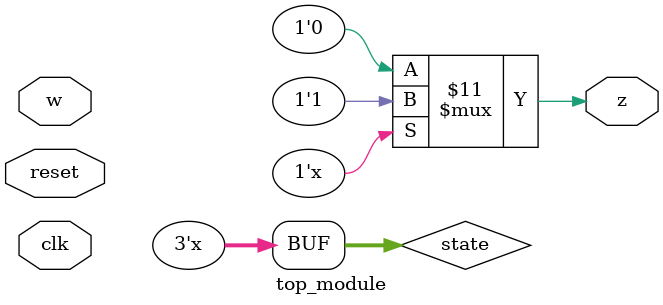
<source format=sv>
module top_module (
    input clk,
    input reset,
    input w,
    output reg z
);

    // State registers
    reg [2:0] state;
    parameter A = 3'd0, B = 3'd1, C = 3'd2, D = 3'd3, E = 3'd4, F = 3'd5;

    // Next state logic
    always @(*) begin
        case (state)
            A: begin
                if (w == 0)
                    state = B;
                else
                    state = A;
            end
            B: begin
                if (w == 0)
                    state = C;
                else
                    state = D;
            end
            C: begin
                if (w == 0)
                    state = E;
                else
                    state = D;
            end
            D: begin
                if (w == 0)
                    state = F;
                else
                    state = A;
            end
            E: begin
                if (w == 0)
                    state = E;
                else
                    state = D;
            end
            F: begin
                if (w == 0)
                    state = C;
                else
                    state = D;
            end
        endcase
    end

    // Output logic
    always @(*) begin
        case (state)
            E, F: z = 1;
            default: z = 0;
        endcase
    end

    // State register update
    always @(posedge clk or posedge reset) begin
        if (reset)
            state <= A;
        else
            state <= state;
    end

endmodule

</source>
